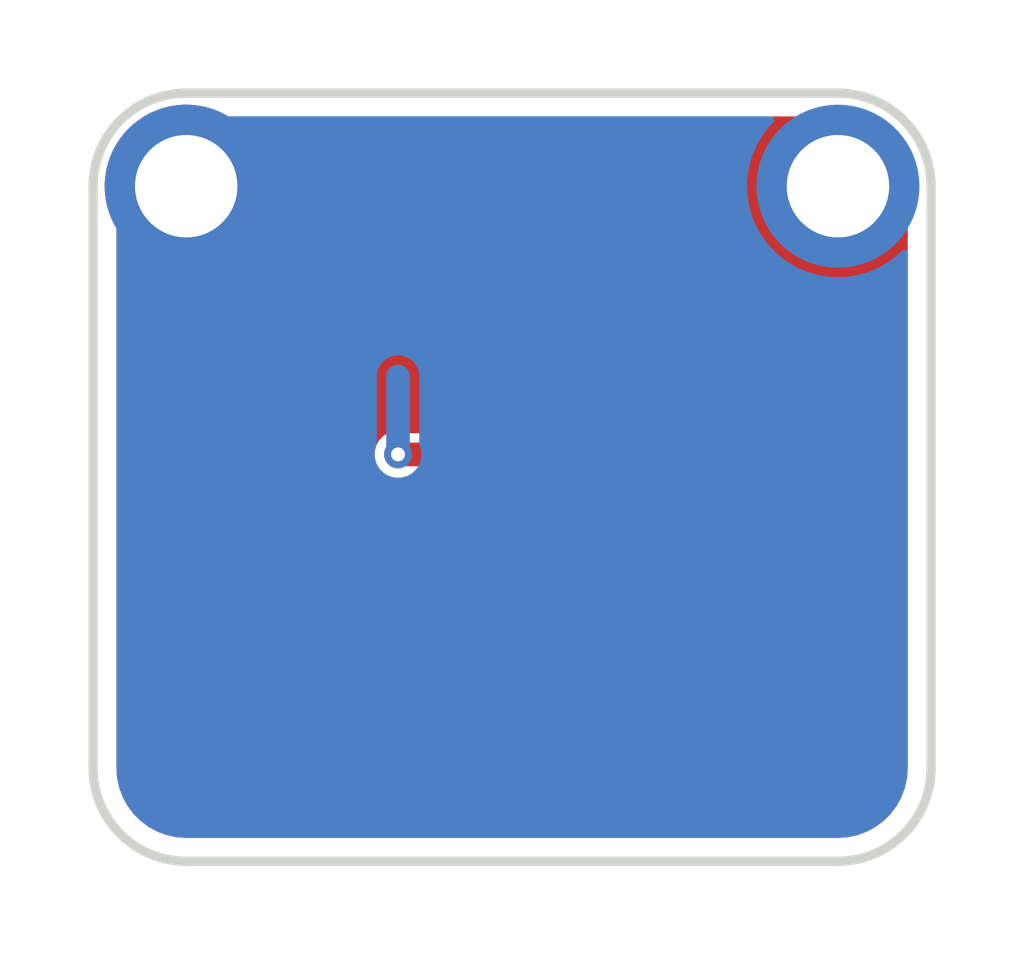
<source format=kicad_pcb>
(kicad_pcb (version 20241229) (generator "pcbnew") (generator_version "9.0")
  (layers (0 "F.Cu" signal) (2 "B.Cu" signal) (13 "F.Paste" user) (15 "B.Paste" user) (5 "F.SilkS" user "F.Silkscreen") (7 "B.SilkS" user "B.Silkscreen") (1 "F.Mask" user) (3 "B.Mask" user) (25 "Edge.Cuts" user))
  (net 0 "")
  (net 1 "GND")
  (net 2 "VBUS")
  (footprint "MountingHole_2.2mm_M2_Pad_TopBottom" (layer "F.Cu") (at 2 2)
    (property "Reference" "H1" (hide yes))
    (property "Value" "MountingHole_Pad" (hide yes))
    (pad "1" thru_hole circle (at 0 0) (size 3.5 2.6) (drill 2.2) (layers "*.Cu" "*.Mask") (net 1 "GND"))
    (pad "1" connect circle (at 0 0) (size 3.5 4.4) (layers "F.Cu" "F.Mask") (net 1 "GND"))
    (pad "1" connect circle (at 0 0) (size 3.5 4.4) (layers "B.Cu" "B.Mask") (net 1 "GND"))
  )
  (footprint "MountingHole_2.2mm_M2" (layer "F.Cu") (at 16 2)
    (property "Reference" "H2" (hide yes))
    (property "Value" "MountingHole" (hide yes))
    (pad "" np_thru_hole circle (at 0 0) (size 3.5 2.2) (drill 2.2) (layers "B.Cu" "B.Mask" "In1.Cu" "In2.Cu" "In3.Cu" "In4.Cu" "In5.Cu" "In6.Cu" "In7.Cu" "In8.Cu" "In9.Cu" "In10.Cu" "In11.Cu" "In12.Cu" "In13.Cu" "In14.Cu" "In15.Cu" "In16.Cu" "In17.Cu" "In18.Cu" "In19.Cu" "In20.Cu" "In21.Cu" "In22.Cu" "In23.Cu" "In24.Cu" "In25.Cu" "In26.Cu" "In27.Cu" "In28.Cu" "In29.Cu" "In30.Cu"))
  )
  (gr_arc (start 0 2) (mid 0.585786 0.585786) (end 2 0) (stroke (width 0.2)) (layer "Edge.Cuts"))
  (gr_line (start 18 2) (end 18 14.5) (stroke (width 0.2)) (layer "Edge.Cuts"))
  (gr_arc (start 16 0) (mid 17.414214 0.585786) (end 18 2) (stroke (width 0.2)) (layer "Edge.Cuts"))
  (gr_line (start 2 0) (end 16 0) (stroke (width 0.2)) (layer "Edge.Cuts"))
  (gr_arc (start 2 16.5) (mid 0.585786 15.914214) (end 0 14.5) (stroke (width 0.2)) (layer "Edge.Cuts"))
  (gr_line (start 0 14.5) (end 0 2) (stroke (width 0.2)) (layer "Edge.Cuts"))
  (gr_arc (start 18 14.5) (mid 17.414214 15.914214) (end 16 16.5) (stroke (width 0.2)) (layer "Edge.Cuts"))
  (gr_line (start 16 16.5) (end 2 16.5) (stroke (width 0.2)) (layer "Edge.Cuts"))
  (segment (start 11.45 7.761) (end 6.55 7.761) (width 0.508) (layer "F.Cu") (net 2))
  (via (at 6.55 7.761) (size 0.6) (drill 0.3) (layers "F.Cu" "B.Cu") (net 2))
  (segment (start 6.55 6.09) (end 6.55 7.761) (width 0.508) (layer "B.Cu") (net 2))
  (zone (net 1) (net_name "GND") (layer "F.Cu") (name "GND_ZONE") (connect_pads thru_hole_only (clearance 0.2)) (min_thickness 0.15) (fill yes (thermal_gap 0.2) (thermal_bridge_width 0.5))
    (polygon (pts (xy -1 -1) (xy 19 -1) (xy 19 17.5) (xy -1 17.5)))
  )
  (zone (net 1) (net_name "GND") (layer "B.Cu") (name "GND_ZONE") (connect_pads thru_hole_only (clearance 0.2)) (min_thickness 0.15) (fill yes (thermal_gap 0.2) (thermal_bridge_width 0.5))
    (polygon (pts (xy -2 -2) (xy 20 -2) (xy 20 18.5) (xy -2 18.5)))
  )
)
</source>
